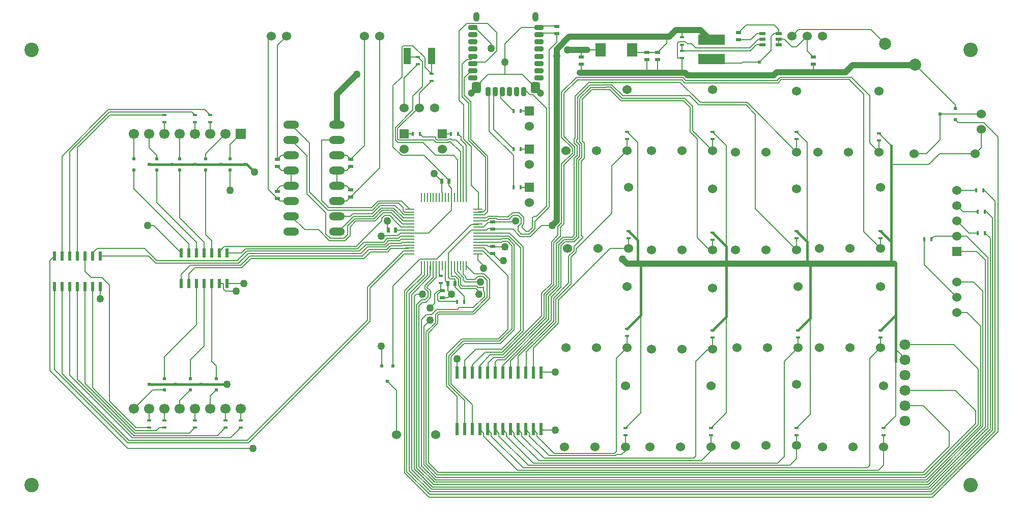
<source format=gtl>
%FSLAX44Y44*%
%MOMM*%
G71*
G01*
G75*
G04 Layer_Physical_Order=1*
G04 Layer_Color=255*
%ADD10R,1.1000X0.6000*%
%ADD11R,1.5000X0.2500*%
%ADD12R,0.2500X1.5000*%
%ADD13R,0.6000X2.0000*%
%ADD14R,0.5588X1.6002*%
%ADD15R,0.8000X0.4000*%
%ADD16R,0.9000X0.5000*%
%ADD17C,1.2000*%
G04:AMPARAMS|DCode=18|XSize=1.5mm|YSize=0.8mm|CornerRadius=0.2mm|HoleSize=0mm|Usage=FLASHONLY|Rotation=0.000|XOffset=0mm|YOffset=0mm|HoleType=Round|Shape=RoundedRectangle|*
%AMROUNDEDRECTD18*
21,1,1.5000,0.4000,0,0,0.0*
21,1,1.1000,0.8000,0,0,0.0*
1,1,0.4000,0.5500,-0.2000*
1,1,0.4000,-0.5500,-0.2000*
1,1,0.4000,-0.5500,0.2000*
1,1,0.4000,0.5500,0.2000*
%
%ADD18ROUNDEDRECTD18*%
G04:AMPARAMS|DCode=19|XSize=1.5mm|YSize=0.8mm|CornerRadius=0.2mm|HoleSize=0mm|Usage=FLASHONLY|Rotation=90.000|XOffset=0mm|YOffset=0mm|HoleType=Round|Shape=RoundedRectangle|*
%AMROUNDEDRECTD19*
21,1,1.5000,0.4000,0,0,90.0*
21,1,1.1000,0.8000,0,0,90.0*
1,1,0.4000,0.2000,0.5500*
1,1,0.4000,0.2000,-0.5500*
1,1,0.4000,-0.2000,-0.5500*
1,1,0.4000,-0.2000,0.5500*
%
%ADD19ROUNDEDRECTD19*%
%ADD20O,1.0000X1.6000*%
G04:AMPARAMS|DCode=21|XSize=1.6mm|YSize=1.8mm|CornerRadius=0.4mm|HoleSize=0mm|Usage=FLASHONLY|Rotation=0.000|XOffset=0mm|YOffset=0mm|HoleType=Round|Shape=RoundedRectangle|*
%AMROUNDEDRECTD21*
21,1,1.6000,1.0000,0,0,0.0*
21,1,0.8000,1.8000,0,0,0.0*
1,1,0.8000,0.4000,-0.5000*
1,1,0.8000,-0.4000,-0.5000*
1,1,0.8000,-0.4000,0.5000*
1,1,0.8000,0.4000,0.5000*
%
%ADD21ROUNDEDRECTD21*%
%ADD22R,0.5000X0.9000*%
%ADD23R,1.7000X2.2000*%
%ADD24R,0.5000X0.6000*%
%ADD25R,0.4000X0.8000*%
%ADD26R,0.6000X0.5000*%
%ADD27R,0.6000X0.6000*%
%ADD28R,4.5000X1.7500*%
%ADD29C,0.2000*%
%ADD30C,1.0000*%
%ADD31C,0.4000*%
%ADD32C,1.5240*%
%ADD33O,2.6416X1.3208*%
%ADD34R,1.5240X1.5240*%
%ADD35C,2.4000*%
%ADD36R,1.2000X2.8000*%
%ADD37C,1.8000*%
%ADD38C,2.0000*%
%ADD39C,1.7000*%
%ADD40R,1.7000X1.7000*%
%ADD41C,1.2700*%
D10*
X1290800Y799400D02*
D03*
X1263800Y780400D02*
D03*
X1290800D02*
D03*
Y789900D02*
D03*
X1263800D02*
D03*
Y799400D02*
D03*
D11*
X677100Y432400D02*
D03*
Y437400D02*
D03*
Y442400D02*
D03*
Y447400D02*
D03*
Y452400D02*
D03*
Y457400D02*
D03*
Y462400D02*
D03*
Y467400D02*
D03*
Y472400D02*
D03*
Y477400D02*
D03*
Y482400D02*
D03*
Y487400D02*
D03*
Y492400D02*
D03*
Y497400D02*
D03*
Y502400D02*
D03*
Y507400D02*
D03*
X791100D02*
D03*
Y502400D02*
D03*
Y497400D02*
D03*
Y492400D02*
D03*
Y487400D02*
D03*
Y482400D02*
D03*
Y477400D02*
D03*
Y472400D02*
D03*
Y467400D02*
D03*
Y462400D02*
D03*
Y457400D02*
D03*
Y452400D02*
D03*
Y447400D02*
D03*
Y442400D02*
D03*
Y437400D02*
D03*
Y432400D02*
D03*
D12*
X696600Y526900D02*
D03*
X701600D02*
D03*
X706600D02*
D03*
X711600D02*
D03*
X716600D02*
D03*
X721600D02*
D03*
X726600D02*
D03*
X731600D02*
D03*
X736600D02*
D03*
X741600D02*
D03*
X746600D02*
D03*
X751600D02*
D03*
X756600D02*
D03*
X761600D02*
D03*
X766600D02*
D03*
X771600D02*
D03*
Y412900D02*
D03*
X766600D02*
D03*
X761600D02*
D03*
X756600D02*
D03*
X751600D02*
D03*
X746600D02*
D03*
X741600D02*
D03*
X736600D02*
D03*
X731600D02*
D03*
X726600D02*
D03*
X721600D02*
D03*
X716600D02*
D03*
X711600D02*
D03*
X706600D02*
D03*
X701600D02*
D03*
X696600D02*
D03*
D13*
X756250Y141300D02*
D03*
X768950D02*
D03*
X781650D02*
D03*
X794350D02*
D03*
X807050D02*
D03*
X819750D02*
D03*
X832450D02*
D03*
X845150D02*
D03*
X857850D02*
D03*
X870550D02*
D03*
X883250D02*
D03*
X895950D02*
D03*
X756250Y235300D02*
D03*
X768950D02*
D03*
X781650D02*
D03*
X794350D02*
D03*
X807050D02*
D03*
X819750D02*
D03*
X832450D02*
D03*
X845150D02*
D03*
X857850D02*
D03*
X870550D02*
D03*
X883250D02*
D03*
X895950D02*
D03*
D14*
X162700Y378100D02*
D03*
X150000D02*
D03*
X137300D02*
D03*
X124600D02*
D03*
X111900D02*
D03*
X99200D02*
D03*
X86500D02*
D03*
Y428900D02*
D03*
X99200D02*
D03*
X111900D02*
D03*
X124600D02*
D03*
X137300D02*
D03*
X150000D02*
D03*
X162700D02*
D03*
X297200Y434300D02*
D03*
X309900D02*
D03*
X322600D02*
D03*
X335300D02*
D03*
X348000D02*
D03*
X360700D02*
D03*
X373400D02*
D03*
Y383500D02*
D03*
X360700D02*
D03*
X348000D02*
D03*
X335300D02*
D03*
X322600D02*
D03*
X309900D02*
D03*
X297200D02*
D03*
D15*
X713740Y720440D02*
D03*
Y732440D02*
D03*
X1465580Y131160D02*
D03*
Y143160D02*
D03*
X1038860Y623920D02*
D03*
Y635920D02*
D03*
X1041400Y458820D02*
D03*
Y470820D02*
D03*
X1038860Y296260D02*
D03*
Y308260D02*
D03*
X1036320Y131160D02*
D03*
Y143160D02*
D03*
X1181100Y623920D02*
D03*
Y635920D02*
D03*
Y456280D02*
D03*
Y468280D02*
D03*
Y293720D02*
D03*
Y305720D02*
D03*
X1178560Y131160D02*
D03*
Y143160D02*
D03*
X1320800Y623920D02*
D03*
Y635920D02*
D03*
Y458820D02*
D03*
Y470820D02*
D03*
X1323340Y293720D02*
D03*
Y305720D02*
D03*
X1320800Y131160D02*
D03*
Y143160D02*
D03*
X1457960Y621380D02*
D03*
Y633380D02*
D03*
X1460500Y458820D02*
D03*
Y470820D02*
D03*
Y293720D02*
D03*
Y305720D02*
D03*
X1130300Y780940D02*
D03*
Y792940D02*
D03*
Y758540D02*
D03*
Y770540D02*
D03*
X728980Y396240D02*
D03*
Y384240D02*
D03*
X690880Y748380D02*
D03*
Y760380D02*
D03*
X396240Y155860D02*
D03*
Y143860D02*
D03*
X370840Y155860D02*
D03*
Y143860D02*
D03*
X269240Y651860D02*
D03*
Y663860D02*
D03*
X320040Y651860D02*
D03*
Y663860D02*
D03*
X243840Y155860D02*
D03*
Y143860D02*
D03*
X269240Y155860D02*
D03*
Y143860D02*
D03*
X345440Y651860D02*
D03*
Y663860D02*
D03*
X320040Y155860D02*
D03*
Y143860D02*
D03*
D16*
X457200Y590200D02*
D03*
Y578200D02*
D03*
Y536860D02*
D03*
Y524860D02*
D03*
X1071880Y768000D02*
D03*
Y756000D02*
D03*
X962660Y760380D02*
D03*
Y748380D02*
D03*
X1348740D02*
D03*
Y760380D02*
D03*
X1224280Y801020D02*
D03*
Y789020D02*
D03*
X1089660Y756000D02*
D03*
Y768000D02*
D03*
X815340Y474060D02*
D03*
Y486060D02*
D03*
Y433420D02*
D03*
Y445420D02*
D03*
X731520Y371760D02*
D03*
Y359760D02*
D03*
X579120Y578200D02*
D03*
Y590200D02*
D03*
Y527400D02*
D03*
Y539400D02*
D03*
X922020Y811180D02*
D03*
Y799180D02*
D03*
D17*
X894820Y700430D02*
D03*
X779820D02*
D03*
D18*
X782320Y725430D02*
D03*
Y737430D02*
D03*
Y749430D02*
D03*
Y761430D02*
D03*
Y773430D02*
D03*
Y785430D02*
D03*
Y797430D02*
D03*
Y809430D02*
D03*
X892320D02*
D03*
Y797430D02*
D03*
Y785430D02*
D03*
Y773430D02*
D03*
Y761430D02*
D03*
Y749430D02*
D03*
Y737430D02*
D03*
Y725430D02*
D03*
D19*
X807320Y702930D02*
D03*
X819320D02*
D03*
X831320D02*
D03*
X843320D02*
D03*
X855320D02*
D03*
X867320D02*
D03*
D20*
X787820Y827430D02*
D03*
X886820D02*
D03*
D21*
X787820Y709430D02*
D03*
X886820D02*
D03*
D22*
X752760Y383540D02*
D03*
X740760D02*
D03*
X730600Y553720D02*
D03*
X742600D02*
D03*
X653700Y472440D02*
D03*
X641700D02*
D03*
D23*
X994580Y772160D02*
D03*
X1047580D02*
D03*
D24*
X640080Y221280D02*
D03*
X630580Y246080D02*
D03*
X649580D02*
D03*
D25*
X694340Y632460D02*
D03*
X682340D02*
D03*
X757840D02*
D03*
X745840D02*
D03*
X1545240Y457200D02*
D03*
X1533240D02*
D03*
X1634140Y467360D02*
D03*
X1622140D02*
D03*
X1634140Y502920D02*
D03*
X1622140D02*
D03*
X1631600Y538480D02*
D03*
X1619600D02*
D03*
X756000Y353060D02*
D03*
X768000D02*
D03*
X861980Y607060D02*
D03*
X849980D02*
D03*
X861980Y670560D02*
D03*
X849980D02*
D03*
X861980Y543560D02*
D03*
X849980D02*
D03*
D26*
X1559860Y665480D02*
D03*
X1584660Y674980D02*
D03*
Y655980D02*
D03*
X243540Y581660D02*
D03*
X218740Y572160D02*
D03*
Y591160D02*
D03*
X330500Y215900D02*
D03*
X355300Y225400D02*
D03*
Y206400D02*
D03*
X403560Y581660D02*
D03*
X378760Y572160D02*
D03*
Y591160D02*
D03*
X281640Y581660D02*
D03*
X256840Y572160D02*
D03*
Y591160D02*
D03*
X362920Y581660D02*
D03*
X338120Y572160D02*
D03*
Y591160D02*
D03*
X319740Y581660D02*
D03*
X294940Y572160D02*
D03*
Y591160D02*
D03*
X287320Y215900D02*
D03*
X312120Y225400D02*
D03*
Y206400D02*
D03*
X244140Y215900D02*
D03*
X268940Y225400D02*
D03*
Y206400D02*
D03*
D27*
X1259200Y752200D02*
D03*
Y730200D02*
D03*
D28*
X1179100Y756800D02*
D03*
Y789300D02*
D03*
D29*
X665480Y447040D02*
X672180D01*
X664720Y446280D02*
X665480Y447040D01*
X665183Y452400D02*
X677060D01*
X663063Y450280D02*
X665183Y452400D01*
X663140Y457400D02*
X677060D01*
X660400Y454660D02*
X663140Y457400D01*
X657086Y462660D02*
X661826Y467400D01*
X662663Y477400D02*
X677060D01*
X649430Y490633D02*
X662663Y477400D01*
X666337Y487400D02*
X677060D01*
X648707Y505030D02*
X666337Y487400D01*
X668161Y497400D02*
X677060D01*
X662560Y503000D02*
X668161Y497400D01*
X668817Y502400D02*
X677060D01*
X666560Y504657D02*
X668817Y502400D01*
X730600Y536103D02*
X731560Y535143D01*
X799303Y437400D02*
X840861Y395841D01*
X841190Y457850D02*
X851280Y447760D01*
X830130Y457850D02*
X841190D01*
X829680Y457400D02*
X830130Y457850D01*
X839533Y453850D02*
X847280Y446103D01*
X831787Y453850D02*
X839533D01*
X830337Y452400D02*
X831787Y453850D01*
X842297Y462400D02*
X862140Y442556D01*
X842953Y467400D02*
X866140Y444213D01*
X668611Y371431D02*
X696600Y399420D01*
Y412900D01*
X779277Y622757D02*
X807100Y594934D01*
X801974Y497900D02*
X807100Y503026D01*
Y594934D01*
X775277Y621100D02*
X803100Y593277D01*
Y506197D02*
Y593277D01*
X799803Y502900D02*
X803100Y506197D01*
X840861Y307340D02*
Y395841D01*
X722346Y424100D02*
X780146Y481900D01*
X694517Y424100D02*
X722346D01*
X649580Y379163D02*
X694517Y424100D01*
X371022Y370840D02*
X388620D01*
X367586Y374276D02*
X371022Y370840D01*
X613596Y509800D02*
X624826Y521030D01*
X542337Y509800D02*
X613596D01*
X530860Y521277D02*
X542337Y509800D01*
X615253Y505800D02*
X626483Y517030D01*
X540680Y505800D02*
X615253D01*
X510540Y535940D02*
X540680Y505800D01*
X578100Y463343D02*
Y477886D01*
X543643Y454600D02*
X569357D01*
X578100Y463343D01*
X574100Y465000D02*
Y479543D01*
X567700Y458600D02*
X574100Y465000D01*
X545300Y458600D02*
X567700D01*
X525423Y472820D02*
X543643Y454600D01*
X502540Y472820D02*
X525423D01*
X506540Y532320D02*
X538000Y500860D01*
Y465900D02*
Y500860D01*
Y465900D02*
X545300Y458600D01*
X578100Y477886D02*
X587514Y487300D01*
X574100Y479543D02*
X585857Y491300D01*
X663430Y521030D02*
X677060Y507400D01*
X658990Y517030D02*
X666560Y509460D01*
X652830Y513030D02*
X662560Y503300D01*
X614409Y499300D02*
X628139Y513030D01*
X650364Y509030D02*
X666994Y492400D01*
X616066Y495300D02*
X629796Y509030D01*
X617723Y491300D02*
X631453Y505030D01*
X647050Y501030D02*
X665680Y482400D01*
X619380Y487300D02*
X633110Y501030D01*
X647050D01*
X631453Y505030D02*
X648707D01*
X629796Y509030D02*
X650364D01*
X628139Y513030D02*
X652830D01*
X626483Y517030D02*
X658990D01*
X624826Y521030D02*
X663430D01*
X649430Y490633D02*
Y491553D01*
X643953Y497030D02*
X649430Y491553D01*
X636207Y497030D02*
X643953D01*
X630730Y491553D02*
X636207Y497030D01*
X630730Y487393D02*
Y491553D01*
X588678Y445341D02*
X630730Y487393D01*
X640080Y474060D02*
Y487680D01*
Y474060D02*
X641700Y472440D01*
X774780Y732430D02*
X779780Y737430D01*
X774749Y732430D02*
X774780D01*
X771820Y729501D02*
X774749Y732430D01*
X771820Y729470D02*
Y729501D01*
X768280Y725930D02*
X771820Y729470D01*
X768280Y696702D02*
Y725930D01*
X407100Y122620D02*
X607060Y322580D01*
Y377306D01*
X896560Y329098D02*
Y367198D01*
X832002Y264540D02*
X896560Y329098D01*
Y367198D02*
X913180Y383818D01*
X866140Y304335D02*
Y444213D01*
X831045Y269240D02*
X866140Y304335D01*
X862140Y305991D02*
Y442556D01*
X830469Y274320D02*
X862140Y305991D01*
X1656080Y137160D02*
Y627159D01*
X1546860Y27940D02*
X1656080Y137160D01*
X1651000Y137737D02*
Y520700D01*
X1546283Y33020D02*
X1651000Y137737D01*
X1647000Y139394D02*
Y492760D01*
X1544626Y37020D02*
X1647000Y139394D01*
X1643000Y141051D02*
Y458500D01*
X1542970Y41020D02*
X1643000Y141051D01*
X1639000Y142707D02*
Y426720D01*
X1541313Y45020D02*
X1639000Y142707D01*
X1635000Y144364D02*
Y422400D01*
X1539656Y49020D02*
X1635000Y144364D01*
X1631000Y146021D02*
Y370840D01*
X1537999Y53020D02*
X1631000Y146021D01*
X1627000Y147678D02*
Y312420D01*
X1536342Y57020D02*
X1627000Y147678D01*
X1623000Y149335D02*
Y241360D01*
X1534685Y61020D02*
X1623000Y149335D01*
X1619000Y150992D02*
Y171700D01*
X1533028Y65020D02*
X1619000Y150992D01*
X1574800Y112448D02*
Y137160D01*
X1531372Y69020D02*
X1574800Y112448D01*
X709543Y27940D02*
X1546860D01*
X668611Y68873D02*
X709543Y27940D01*
X710120Y33020D02*
X1546283D01*
X672610Y70529D02*
X710120Y33020D01*
X711777Y37020D02*
X1544626D01*
X676610Y72186D02*
X711777Y37020D01*
X713434Y41020D02*
X1542970D01*
X680611Y73843D02*
X713434Y41020D01*
X715090Y45020D02*
X1541313D01*
X684611Y75500D02*
X715090Y45020D01*
X716747Y49020D02*
X1539656D01*
X688611Y77157D02*
X716747Y49020D01*
X718404Y53020D02*
X1537999D01*
X692610Y78814D02*
X718404Y53020D01*
X720061Y57020D02*
X1536342D01*
X696610Y80471D02*
X720061Y57020D01*
X721718Y61020D02*
X1534685D01*
X700611Y82127D02*
X721718Y61020D01*
X723375Y65020D02*
X1533028D01*
X704611Y83784D02*
X723375Y65020D01*
X725032Y69020D02*
X1531372D01*
X708611Y85441D02*
X725032Y69020D01*
X1457320Y73020D02*
X1465580Y81280D01*
X857148Y73020D02*
X1457320D01*
X800450Y129717D02*
X857148Y73020D01*
X1438460Y77020D02*
X1442720Y81280D01*
X865847Y77020D02*
X1438460D01*
X813150Y129717D02*
X865847Y77020D01*
X1310000Y81020D02*
X1320800Y91820D01*
X874548Y81020D02*
X1310000D01*
X825850Y129717D02*
X874548Y81020D01*
X1289680Y85020D02*
X1300480Y95820D01*
X883248Y85020D02*
X1289680D01*
X838550Y129717D02*
X883248Y85020D01*
X1162680Y89020D02*
X1178560Y104900D01*
X891947Y89020D02*
X1162680D01*
X851250Y129717D02*
X891947Y89020D01*
X1149980Y93020D02*
X1153160Y96200D01*
X900648Y93020D02*
X1149980D01*
X863950Y129717D02*
X900648Y93020D01*
X1019557Y97020D02*
X1021338Y98802D01*
X909348Y97020D02*
X1019557D01*
X876650Y129717D02*
X909348Y97020D01*
X1017900Y101020D02*
X1021080Y104200D01*
X918047Y101020D02*
X1017900D01*
X889350Y129717D02*
X918047Y101020D01*
X708611Y85441D02*
Y301540D01*
X1465580Y81280D02*
Y111760D01*
X1442720Y81280D02*
Y259080D01*
X1320800Y91820D02*
Y114300D01*
X1300480Y95820D02*
Y254000D01*
X1178560Y104900D02*
Y111760D01*
X1153160Y96200D02*
Y254000D01*
X1021080Y104200D02*
Y259080D01*
X1036320Y105280D02*
Y111760D01*
X1029842Y98802D02*
X1036320Y105280D01*
X1021338Y98802D02*
X1029842D01*
X1104900Y783240D02*
Y793940D01*
X1089660Y768000D02*
X1104900Y783240D01*
X815340Y433420D02*
X827120Y421640D01*
X742600Y546100D02*
Y553720D01*
Y546100D02*
X746560Y542140D01*
X730600Y536103D02*
Y553720D01*
X960500Y618926D02*
Y691886D01*
X958660Y460820D02*
Y588274D01*
X950420Y452580D02*
X958660Y460820D01*
X960500Y618926D02*
X963880Y615546D01*
X934020Y628436D02*
X951880Y610576D01*
X934020Y580604D02*
X951880Y598464D01*
X930020Y626779D02*
X947880Y608919D01*
X930020Y582261D02*
X947880Y600121D01*
X964500Y620583D02*
X967880Y617203D01*
Y591837D02*
Y617203D01*
X962660Y586617D02*
X967880Y591837D01*
X962660Y464243D02*
Y586617D01*
X963880Y593494D02*
Y615546D01*
X958660Y588274D02*
X963880Y593494D01*
X954660Y619109D02*
Y622057D01*
Y619109D02*
X959880Y613890D01*
Y595150D02*
Y613890D01*
X954660Y589931D02*
X959880Y595150D01*
X954660Y462477D02*
Y589931D01*
X950660Y617453D02*
Y623714D01*
Y617453D02*
X955880Y612233D01*
Y596807D02*
Y612233D01*
X950660Y591587D02*
X955880Y596807D01*
X950660Y464134D02*
Y591587D01*
X951880Y598464D02*
Y610576D01*
X947880Y600121D02*
Y608919D01*
X952500Y625554D02*
Y695200D01*
X950660Y623714D02*
X952500Y625554D01*
X947106Y460580D02*
X950660Y464134D01*
X956500Y623897D02*
Y693543D01*
X954660Y622057D02*
X956500Y623897D01*
X948763Y456580D02*
X954660Y462477D01*
X962660Y464243D02*
X965200Y461703D01*
Y459740D02*
Y461703D01*
X950420Y444960D02*
X965200Y459740D01*
X771060Y526900D02*
X771560D01*
X741560Y434540D02*
X779420Y472400D01*
X708700Y467400D02*
X746560Y505260D01*
X814420Y474980D02*
X815340Y474060D01*
X807720Y474980D02*
X814420D01*
X805140Y472400D02*
X807720Y474980D01*
X725777Y354260D02*
X756000D01*
X752760Y377540D02*
X768000Y362300D01*
Y353060D02*
Y362300D01*
X753497Y395160D02*
X758260Y390397D01*
X747840Y395160D02*
X753497D01*
X746560Y396440D02*
X747840Y395160D01*
X762260Y381390D02*
Y392054D01*
X751560Y402754D02*
X762260Y392054D01*
X762883Y375110D02*
X787110D01*
X758260Y379733D02*
X762883Y375110D01*
X758260Y379733D02*
Y390397D01*
X764540Y379110D02*
X788767D01*
X762260Y381390D02*
X764540Y379110D01*
X740760Y359760D02*
X746760Y365760D01*
X740760Y371760D02*
X746760Y365760D01*
X792480D02*
Y370030D01*
X789780Y372730D02*
X792480Y370030D01*
X789490Y372730D02*
X789780D01*
X787110Y375110D02*
X789490Y372730D01*
X800550Y399430D02*
X809830Y390150D01*
X726637Y332360D02*
X783617D01*
X798893Y395430D02*
X805830Y388493D01*
X724980Y336360D02*
X781960D01*
X759677Y343520D02*
X783463D01*
X801830Y361887D01*
X805830Y360230D02*
Y388493D01*
X781960Y336360D02*
X805830Y360230D01*
X809830Y358573D02*
Y390150D01*
X783617Y332360D02*
X809830Y358573D01*
X801830Y361887D02*
Y369633D01*
X800370Y371093D02*
X801830Y369633D01*
X800370Y371093D02*
Y378207D01*
X798893Y376730D02*
X800370Y378207D01*
X791147Y376730D02*
X798893D01*
X788767Y379110D02*
X791147Y376730D01*
X769190Y386080D02*
X795020D01*
X785030Y399430D02*
X800550D01*
X766260Y389010D02*
X769190Y386080D01*
X791147Y395430D02*
X798893D01*
X846740Y486060D02*
X848360Y487680D01*
X791980Y477400D02*
X799980D01*
X807720Y485140D01*
X812800D01*
X717900Y566420D02*
X730600Y553720D01*
X815340Y445420D02*
X816260Y444500D01*
X801117Y442400D02*
X810097Y433420D01*
X815340D01*
X805740Y447400D02*
X807720Y445420D01*
X815340D01*
X791980Y447400D02*
X805740D01*
X766260Y389010D02*
Y393711D01*
X773240Y390080D02*
X785797D01*
X770260Y393060D02*
X773240Y390080D01*
X770260Y393060D02*
Y395367D01*
X766560Y399067D02*
X770260Y395367D01*
X756560Y403410D02*
X766260Y393711D01*
X785797Y390080D02*
X791147Y395430D01*
X738300Y265860D02*
X763840Y291400D01*
X738300Y213046D02*
X755650Y195696D01*
X766360Y287400D02*
X826578D01*
X742300Y214703D02*
X768350Y188653D01*
X768017Y283400D02*
X828235D01*
X746300Y216360D02*
X781050Y181610D01*
X746300Y261683D02*
X768017Y283400D01*
X746300Y216360D02*
Y261683D01*
X742300Y263340D02*
X766360Y287400D01*
X742300Y214703D02*
Y263340D01*
X738300Y213046D02*
Y265860D01*
X763840Y291400D02*
X824921D01*
X791980Y442400D02*
X801117D01*
X787400Y274320D02*
X830469D01*
X768350Y255270D02*
X787400Y274320D01*
X802640Y269240D02*
X831045D01*
X781050Y247650D02*
X802640Y269240D01*
X793750Y234960D02*
Y247147D01*
X811143Y264540D01*
X807720Y251460D02*
X816800Y260540D01*
X833659D01*
X811143Y264540D02*
X832002D01*
X913180Y383818D02*
Y452986D01*
X806450Y234960D02*
X807720Y236230D01*
Y251460D01*
X833659Y260540D02*
X900560Y327441D01*
X917180Y382161D02*
Y451329D01*
X900560Y365541D02*
X917180Y382161D01*
X900560Y327441D02*
Y365541D01*
X819150Y234960D02*
Y252730D01*
X822960Y256540D01*
X835316D01*
X831850Y247417D02*
X908560Y324127D01*
X831850Y234960D02*
Y247417D01*
X844550Y254461D02*
X912560Y322471D01*
X844550Y234960D02*
Y254461D01*
X857943Y262197D02*
X916560Y320814D01*
X857943Y235653D02*
Y262197D01*
X871220Y269817D02*
X920560Y319157D01*
X871220Y234960D02*
Y269817D01*
X882650Y275590D02*
X924560Y317500D01*
X882650Y234960D02*
Y275590D01*
X921180Y380504D02*
Y449673D01*
X904560Y363884D02*
X921180Y380504D01*
X904560Y325784D02*
Y363884D01*
X835316Y256540D02*
X904560Y325784D01*
X925180Y378847D02*
Y448016D01*
X908560Y362227D02*
X925180Y378847D01*
X908560Y324127D02*
Y362227D01*
X929180Y377191D02*
Y446359D01*
X912560Y360570D02*
X929180Y377191D01*
X912560Y322471D02*
Y360570D01*
X857250Y234960D02*
X857943Y235653D01*
X941856Y384209D02*
Y428997D01*
X916560Y358914D02*
X941856Y384209D01*
X916560Y320814D02*
Y358914D01*
X920560Y319157D02*
Y357257D01*
X945856Y382553D02*
Y427340D01*
X920560Y357257D02*
X945856Y382553D01*
X924560Y317500D02*
Y355600D01*
X793750Y140960D02*
X800450Y134260D01*
Y129717D02*
Y134260D01*
X806450Y140960D02*
X813150Y134260D01*
Y129717D02*
Y134260D01*
X819150Y140960D02*
X825850Y134260D01*
Y129717D02*
Y134260D01*
X831850Y140960D02*
X838550Y134260D01*
Y129717D02*
Y134260D01*
X844550Y140960D02*
X851250Y134260D01*
Y129717D02*
Y134260D01*
X857250Y140960D02*
X863950Y134260D01*
Y129717D02*
Y134260D01*
X869950Y140960D02*
X876650Y134260D01*
Y129717D02*
Y134260D01*
X882650Y140960D02*
X889350Y134260D01*
Y129717D02*
Y134260D01*
X724120Y329844D02*
X726637Y332360D01*
X724120Y317050D02*
Y329844D01*
X708611Y301540D02*
X724120Y317050D01*
X704611Y303197D02*
X720120Y318707D01*
X704611Y83784D02*
Y303197D01*
X700611Y82127D02*
Y312420D01*
X696610Y80471D02*
Y323231D01*
X692610Y78814D02*
Y346594D01*
X688611Y77157D02*
Y348251D01*
X684611Y75500D02*
Y362030D01*
X680611Y73843D02*
Y365074D01*
X676610Y72186D02*
Y366730D01*
X672610Y70529D02*
Y368890D01*
X700611Y312420D02*
X710770Y322580D01*
X696610Y323231D02*
X705310Y331930D01*
X692610Y346594D02*
X698427Y352410D01*
X688611Y348251D02*
X696770Y356410D01*
X684611Y362030D02*
X688340Y365760D01*
X1531620Y180340D02*
X1574800Y137160D01*
X1501140Y180340D02*
X1531620D01*
X720120Y331501D02*
X724980Y336360D01*
X720120Y318707D02*
Y331501D01*
X713453Y331930D02*
X721883Y340360D01*
X705310Y331930D02*
X713453D01*
X711200Y342900D02*
X718820Y350520D01*
X721883Y340360D02*
X756517D01*
X1584960Y205740D02*
X1619000Y171700D01*
X1501140Y205740D02*
X1584960D01*
X751840Y391160D02*
X752760Y390240D01*
X744220Y391160D02*
X751840D01*
X752760Y383540D02*
Y390240D01*
X741560Y393820D02*
X744220Y391160D01*
X756517Y340360D02*
X759677Y343520D01*
X729900Y371760D02*
X731520D01*
X724820D02*
X729900D01*
X718820Y365760D02*
X724820Y371760D01*
X718820Y350520D02*
Y365760D01*
X706373Y378136D02*
X721560Y393323D01*
X706373Y376767D02*
Y378136D01*
Y376767D02*
X711850Y371290D01*
Y360230D02*
Y371290D01*
X704030Y352410D02*
X711850Y360230D01*
X698427Y352410D02*
X704030D01*
X702373Y379793D02*
X716560Y393980D01*
X702373Y375110D02*
Y379793D01*
Y375110D02*
X707850Y369633D01*
Y361887D02*
Y369633D01*
X702373Y356410D02*
X707850Y361887D01*
X696770Y356410D02*
X702373D01*
X1582420Y281940D02*
X1623000Y241360D01*
X1501140Y281940D02*
X1582420D01*
X1485900Y163480D02*
Y254000D01*
X1483360Y416560D02*
X1485900Y414020D01*
X724020Y365880D02*
X729900Y371760D01*
X724020Y356017D02*
Y365880D01*
X752760Y377540D02*
Y383540D01*
X913180Y452986D02*
X923750Y463556D01*
X917180Y451329D02*
X927750Y461899D01*
X932087Y460580D02*
X947106D01*
X921180Y449673D02*
X932087Y460580D01*
X933744Y456580D02*
X948763D01*
X925180Y448016D02*
X933744Y456580D01*
X935401Y452580D02*
X950420D01*
X929180Y446359D02*
X935401Y452580D01*
X954420Y441340D02*
X1013460Y500380D01*
X954420Y435904D02*
Y441340D01*
X945856Y427340D02*
X954420Y435904D01*
X950420Y437561D02*
Y444960D01*
X941856Y428997D02*
X950420Y437561D01*
X724020Y356017D02*
X725777Y354260D01*
X731520Y359760D02*
X740760D01*
Y371760D02*
Y383540D01*
X728980Y374300D02*
X731520Y371760D01*
X728980Y374300D02*
Y384240D01*
X736560Y387740D02*
X740760Y383540D01*
X726560Y398660D02*
X728980Y396240D01*
X1515820Y746760D02*
X1516380Y747320D01*
X1518120D01*
X1584660Y674980D02*
Y680780D01*
X1518120Y747320D02*
X1584660Y680780D01*
X1323800Y805640D02*
X1444800D01*
X1468120Y782320D01*
X1338580Y770540D02*
X1348740Y760380D01*
X1338580Y770540D02*
Y795020D01*
X1313180D02*
X1323800Y805640D01*
X1320800Y777240D02*
X1338580Y795020D01*
X1313180Y777240D02*
X1320800D01*
X1300480Y789940D02*
X1313180Y777240D01*
X1291120Y789940D02*
X1300480D01*
X1348740Y734660D02*
Y748380D01*
X1224280Y789020D02*
X1244600D01*
X1255020Y799440D01*
X1320800Y601980D02*
Y623920D01*
X1238250Y684530D02*
X1320800Y601980D01*
X1130300Y734060D02*
Y758540D01*
X1071880Y768000D02*
X1089660D01*
X1047580Y772160D02*
X1051740Y768000D01*
X1071880D01*
Y734060D02*
Y756000D01*
X1087120Y734060D02*
X1089660Y736600D01*
Y756000D01*
X1136547Y721470D02*
X1288891D01*
X1127250Y718060D02*
X1160780Y684530D01*
X1134890Y717470D02*
X1290548D01*
X954660Y726060D02*
X1131957D01*
X1136547Y721470D01*
X1130300Y722060D02*
X1134890Y717470D01*
X975360Y718060D02*
X1127250D01*
X1143000Y695500D02*
X1157970Y680530D01*
X1294049Y726628D02*
X1318228D01*
X1288891Y721470D02*
X1294049Y726628D01*
X1295706Y722628D02*
X1319885D01*
X1290548Y717470D02*
X1295706Y722628D01*
X1318228Y726628D02*
X1318260Y726660D01*
X1412020D01*
X956317Y722060D02*
X1130300D01*
X1160780Y684530D02*
X1238250D01*
X1130300Y780940D02*
Y781400D01*
Y770540D02*
Y780940D01*
X972820Y772160D02*
X994580D01*
X962660Y760380D02*
Y767080D01*
X960120Y734060D02*
X962660Y736600D01*
Y748380D01*
X1587500Y335280D02*
X1604140D01*
X1627000Y312420D01*
X1587500Y386080D02*
X1615760D01*
X1631000Y370840D01*
X1587500Y436880D02*
X1620520D01*
X1587500Y462280D02*
X1603440D01*
X1639000Y426720D01*
X1533240Y414940D02*
X1587500Y360680D01*
X1533240Y414940D02*
Y457200D01*
X1545240D02*
X1550320Y462280D01*
X1587500D01*
X1634140Y467360D02*
X1643000Y458500D01*
X1587500Y487680D02*
X1607820Y467360D01*
X1622140D01*
X1587500Y513080D02*
X1597660Y502920D01*
X1622140D01*
X1634140D02*
X1636840D01*
X1647000Y492760D01*
X1587500Y538480D02*
X1619600D01*
X1633220D02*
X1651000Y520700D01*
X1620520Y436880D02*
X1635000Y422400D01*
X1559860Y665480D02*
X1628140D01*
X1536700Y599440D02*
X1559860Y622600D01*
Y665480D01*
X1558903Y599440D02*
X1617980D01*
X1540663Y581200D02*
X1558903Y599440D01*
X1478280Y581200D02*
X1540663D01*
X1628140Y609600D02*
Y640080D01*
X1632539Y650700D02*
X1656080Y627159D01*
X1589940Y650700D02*
X1632539D01*
X1584660Y655980D02*
X1589940Y650700D01*
X1457960Y633380D02*
X1478280Y613060D01*
X1343660Y166020D02*
Y326040D01*
X1320800Y143160D02*
X1343660Y166020D01*
X1465580Y143160D02*
X1485900Y163480D01*
X1338580Y453040D02*
Y618140D01*
X1320800Y635920D02*
X1338580Y618140D01*
X1323340Y276860D02*
Y293720D01*
X1460500Y276860D02*
Y293720D01*
X1465580Y111760D02*
Y131160D01*
X1320800Y114300D02*
Y131160D01*
X1036320Y111760D02*
Y131160D01*
X1178560Y111760D02*
Y131160D01*
X1181100Y274320D02*
Y293720D01*
X1038860Y276860D02*
Y296260D01*
X1041400Y441960D02*
Y458820D01*
X1320800Y439420D02*
Y458820D01*
X1460500Y441960D02*
Y458820D01*
X1457960Y601980D02*
Y621380D01*
X1181100Y604520D02*
Y623920D01*
X1038860Y604520D02*
Y623920D01*
X1122760Y758666D02*
X1122886Y758540D01*
X1130300D01*
X653740Y472400D02*
X677060D01*
X653700Y472440D02*
X653740Y472400D01*
X1038860Y635920D02*
X1056640Y618140D01*
Y455580D02*
Y618140D01*
X1036320Y143160D02*
X1061720Y168560D01*
Y331120D01*
X1181100Y439420D02*
Y456280D01*
Y635920D02*
X1203960Y613060D01*
Y445420D02*
Y613060D01*
X1178560Y143160D02*
X1203960Y168560D01*
Y328580D01*
X1442720Y259080D02*
X1460500Y276860D01*
X1300480Y254000D02*
X1323340Y276860D01*
X1173480Y274320D02*
X1181100D01*
X1153160Y254000D02*
X1173480Y274320D01*
X1021080Y259080D02*
X1038860Y276860D01*
X1442720Y617220D02*
X1457960Y601980D01*
X1442720Y617220D02*
Y695960D01*
X1412020Y726660D02*
X1442720Y695960D01*
X1432560Y469900D02*
X1460500Y441960D01*
X1432560Y469900D02*
Y698500D01*
X1409700Y721360D02*
X1432560Y698500D01*
X1409700Y721360D02*
Y722660D01*
X1319917D02*
X1409700D01*
X1319885Y722628D02*
X1319917Y722660D01*
X952500Y695200D02*
X975360Y718060D01*
X1252220Y508000D02*
X1320800Y439420D01*
X1252220Y508000D02*
Y664903D01*
X1236593Y680530D02*
X1252220Y664903D01*
X1157970Y680530D02*
X1236593D01*
X1032020Y695500D02*
X1143000D01*
X1013460Y714060D02*
X1032020Y695500D01*
X977017Y714060D02*
X1013460D01*
X956500Y693543D02*
X977017Y714060D01*
X1148080Y637540D02*
X1181100Y604520D01*
X1148080Y637540D02*
Y678180D01*
X1134760Y691500D02*
X1148080Y678180D01*
X1030363Y691500D02*
X1134760D01*
X1011803Y710060D02*
X1030363Y691500D01*
X1003300Y710060D02*
X1011803D01*
X1003103Y709863D02*
X1003300Y710060D01*
X978477Y709863D02*
X1003103D01*
X960500Y691886D02*
X978477Y709863D01*
X1176020Y439420D02*
X1181100D01*
X1155700Y459740D02*
X1176020Y439420D01*
X1155700Y459740D02*
Y624263D01*
X1143982Y635982D02*
X1155700Y624263D01*
X1143982Y635982D02*
Y676622D01*
X1133103Y687500D02*
X1143982Y676622D01*
X1028706Y687500D02*
X1133103D01*
X1010146Y706060D02*
X1028706Y687500D01*
X1004957Y706060D02*
X1010146D01*
X1004760Y705863D02*
X1004957Y706060D01*
X980134Y705863D02*
X1004760D01*
X964500Y690229D02*
X980134Y705863D01*
X1013460Y579120D02*
X1038860Y604520D01*
X1010920Y441960D02*
X1041400D01*
X924560Y355600D02*
X1010920Y441960D01*
X1013460Y500380D02*
Y579120D01*
X848360Y487680D02*
X853440D01*
X1125057Y785940D02*
X1135543D01*
X1139543Y781940D02*
X1146681D01*
X1135543Y785940D02*
X1139543Y781940D01*
X1122760Y758666D02*
Y783643D01*
X1125057Y785940D01*
X923750Y463556D02*
Y478096D01*
X930020Y484366D01*
Y701420D02*
X954660Y726060D01*
X927750Y461899D02*
Y476440D01*
X934020Y482710D01*
Y699763D02*
X956317Y722060D01*
X964500Y620583D02*
Y690229D01*
X934020Y628436D02*
Y699763D01*
Y482710D02*
Y580604D01*
X930020Y626779D02*
Y701420D01*
Y484366D02*
Y582261D01*
X921230Y811970D02*
X922020Y811180D01*
X921230Y799970D02*
X922020Y799180D01*
Y784573D02*
Y799180D01*
X790560Y502900D02*
X791060Y502400D01*
X803666Y492400D02*
X804666Y493400D01*
X805781D01*
X759460Y803681D02*
X772209Y816430D01*
X731520Y632460D02*
X745840D01*
X668020D02*
X682340D01*
X675040Y760380D02*
X690880D01*
X673420Y762000D02*
X675040Y760380D01*
X713740Y732440D02*
Y761680D01*
X713420Y762000D02*
X713740Y761680D01*
X693420Y700120D02*
X713740Y720440D01*
X693420Y675640D02*
Y700120D01*
X691717Y675640D02*
X693420D01*
X657400Y641323D02*
X691717Y675640D01*
X657400Y623597D02*
Y641323D01*
X668020Y675640D02*
Y725520D01*
X690880Y748380D01*
X668020Y607060D02*
Y613840D01*
Y670560D02*
Y675640D01*
X690880Y760380D02*
X698500Y752760D01*
Y710857D02*
Y752760D01*
X682800Y695157D02*
X698500Y710857D01*
X682800Y672380D02*
Y695157D01*
X653400Y642980D02*
X682800Y672380D01*
X653400Y621940D02*
Y642980D01*
X747337Y622300D02*
X754380D01*
X720900Y623597D02*
Y627597D01*
Y623597D02*
X722657Y621840D01*
X740383D01*
X716900Y621940D02*
X721001Y617840D01*
X742039D01*
X744090Y619890D01*
X657400Y623597D02*
X659157Y621840D01*
X676883D01*
X653400Y621940D02*
X657501Y617840D01*
X699157D01*
X694340Y632460D02*
X699203Y627597D01*
X720900D01*
X676883Y621840D02*
X676983Y621940D01*
X716900D01*
X745747Y623890D02*
X747337Y622300D01*
X742433Y623890D02*
X745747D01*
X740383Y621840D02*
X742433Y623890D01*
X702500Y743680D02*
X713740Y732440D01*
X702500Y743680D02*
Y759003D01*
X682503Y779000D02*
X702500Y759003D01*
X666177Y779000D02*
X682503D01*
X664420Y777243D02*
X666177Y779000D01*
X664420Y727577D02*
Y777243D01*
X649400Y712557D02*
X664420Y727577D01*
X649400Y610661D02*
Y712557D01*
Y610661D02*
X663621Y596440D01*
X701103D01*
X742600Y554943D01*
Y553720D02*
Y554943D01*
X877381Y697430D02*
X882552D01*
X871880Y702930D02*
X877381Y697430D01*
X805781Y493400D02*
X807941Y495560D01*
X759460Y688340D02*
Y803681D01*
X764280Y694257D02*
X775277Y683260D01*
X757840Y632460D02*
X763080Y627220D01*
X804323Y487400D02*
X806323Y489400D01*
X807437D01*
X824921Y291400D02*
X840861Y307340D01*
X816260Y444500D02*
X835660D01*
X807437Y489400D02*
X809597Y491560D01*
X821083D01*
X807941Y495560D02*
X822739D01*
X815340Y486060D02*
X846740D01*
X874541Y469710D02*
X881570Y476739D01*
X862943Y465710D02*
X876198D01*
X885570Y475082D01*
X815340Y474060D02*
X848936D01*
X861286Y461710D01*
X877854D01*
X849567Y497030D02*
X857313D01*
X862790Y491553D01*
Y483807D02*
Y491553D01*
X857313Y478330D02*
X862790Y483807D01*
X866790Y482150D02*
Y493210D01*
X858970Y501030D02*
X866790Y493210D01*
X847910Y501030D02*
X858970D01*
X840940Y494060D02*
X847910Y501030D01*
X864600Y479960D02*
X866790Y482150D01*
X871597Y469710D02*
X874541D01*
X864600Y476707D02*
X871597Y469710D01*
X864600Y476707D02*
Y479960D01*
X883913Y495400D02*
X888290D01*
X881570Y493057D02*
X883913Y495400D01*
X881570Y476739D02*
Y493057D01*
X857313Y471340D02*
Y478330D01*
Y471340D02*
X862943Y465710D01*
X885570Y475082D02*
Y487023D01*
X822583Y490060D02*
X842597D01*
X849567Y497030D01*
X896205Y480060D02*
X914400D01*
X877854Y461710D02*
X896205Y480060D01*
X824240Y494060D02*
X840940D01*
X821083Y491560D02*
X822583Y490060D01*
X822739Y495560D02*
X824240Y494060D01*
X699157Y617840D02*
X720557Y596440D01*
X749760D01*
X763080Y621983D02*
Y627220D01*
X749760Y596440D02*
X756560Y589640D01*
X744090Y619890D02*
X761560Y602420D01*
X754380Y622300D02*
X766560Y610120D01*
X763080Y621983D02*
X771560Y613503D01*
X779780Y546828D02*
X791220Y535388D01*
X779780Y546828D02*
Y610940D01*
X767080Y623640D02*
X779780Y610940D01*
X791220Y507560D02*
Y535388D01*
X767080Y623640D02*
Y680720D01*
X759460Y688340D02*
X767080Y680720D01*
X775277Y621100D02*
Y683260D01*
X768280Y696702D02*
X779277Y685705D01*
Y622757D02*
Y685705D01*
X790560Y497900D02*
X791060Y497400D01*
X828780Y691760D02*
X849980Y670560D01*
X861980D02*
X876300D01*
X816780Y640260D02*
X849980Y607060D01*
Y543560D02*
Y596817D01*
X809780Y637017D02*
X849980Y596817D01*
X809780Y637017D02*
Y697930D01*
X861980Y543560D02*
X876300D01*
X861980Y607060D02*
X876300D01*
X835660Y751840D02*
Y782320D01*
X862770Y809430D01*
X889780D01*
X835660Y731520D02*
Y751840D01*
X807720Y731520D02*
X835660D01*
X795020Y718820D02*
X807720Y731520D01*
X772209Y816430D02*
X806630D01*
X795020Y716630D02*
Y718820D01*
X787820Y709430D02*
X795020Y716630D01*
X835660Y731520D02*
X864730D01*
X886820Y709430D01*
X764280Y694257D02*
Y748501D01*
X772209Y756430D02*
X779780D01*
X764280Y748501D02*
X772209Y756430D01*
X828235Y283400D02*
X851280Y306445D01*
X826578Y287400D02*
X847280Y308102D01*
X791060Y422240D02*
X800100Y413200D01*
X851280Y306445D02*
Y447760D01*
X847280Y308102D02*
Y446103D01*
X800100Y408940D02*
Y413200D01*
X655340Y132080D02*
Y206020D01*
X640080Y221280D02*
X655340Y206020D01*
X649580Y246080D02*
Y379163D01*
X780146Y481900D02*
X790560D01*
X791060Y482400D01*
X530860Y622300D02*
X556260D01*
X480060D02*
X506540Y595820D01*
X480060Y495300D02*
X502540Y472820D01*
X572420Y571500D02*
X579120Y578200D01*
X572420Y546100D02*
X579120Y539400D01*
X556260Y520700D02*
X572420D01*
X579120Y527400D01*
X572420Y596900D02*
X579120Y590200D01*
X556260Y596900D02*
X572420D01*
X579120Y590200D02*
X601980Y613060D01*
Y795020D01*
X579120Y527400D02*
X627380Y575660D01*
Y795020D01*
X457200Y524860D02*
X461360Y520700D01*
X480060D01*
X457200Y536860D02*
Y541020D01*
X462280Y546100D01*
X480060D01*
X457200Y578200D02*
X463900Y571500D01*
X480060D01*
X457200Y590200D02*
X463900Y596900D01*
X480060D01*
X441960Y540100D02*
X457200Y524860D01*
X441960Y540100D02*
Y789940D01*
X447040Y795020D01*
X457200Y590200D02*
Y779780D01*
X472440Y795020D01*
X885570Y487023D02*
X909320Y510773D01*
Y771873D01*
X922020Y784573D01*
X888290Y495400D02*
X905320Y512430D01*
Y674662D01*
X882552Y697430D02*
X905320Y674662D01*
X785690Y809430D02*
X812800Y782320D01*
Y774700D02*
Y782320D01*
X803163Y751840D02*
X822150Y770827D01*
Y800910D01*
X806630Y816430D02*
X822150Y800910D01*
X480060Y647700D02*
X510540Y617220D01*
Y535940D02*
Y617220D01*
X558800Y469900D02*
X584200Y495300D01*
X530860Y521277D02*
Y622300D01*
X506540Y532320D02*
Y595820D01*
X578543Y495300D02*
X582543Y499300D01*
X630580Y246080D02*
Y278740D01*
X629920Y279400D02*
X630580Y278740D01*
X680611Y365074D02*
X711560Y396023D01*
X668611Y68873D02*
Y371431D01*
X676610Y366730D02*
X706560Y396680D01*
X672610Y368890D02*
X701560Y397840D01*
X688340Y365760D02*
X698500D01*
X243840Y155860D02*
Y175260D01*
X269240Y155860D02*
Y175260D01*
X396240Y155860D02*
Y175260D01*
X370840Y155860D02*
Y175260D01*
X320040Y155860D02*
Y175260D01*
X221900Y143860D02*
X243840D01*
X177800Y187960D02*
X221900Y143860D01*
X260700D02*
X269240D01*
X255700Y138860D02*
X260700Y143860D01*
X221243Y138860D02*
X255700D01*
X149860Y210243D02*
X221243Y138860D01*
X149860Y235643D02*
Y378460D01*
X310800Y134620D02*
X320040Y143860D01*
X219826Y134620D02*
X310800D01*
X137160Y217286D02*
X219826Y134620D01*
X137160Y242686D02*
Y378460D01*
X357600Y130620D02*
X370840Y143860D01*
X218169Y130620D02*
X357600D01*
X124460Y224329D02*
X218169Y130620D01*
X124460Y249729D02*
Y378460D01*
X379000Y126620D02*
X396240Y143860D01*
X216280Y126620D02*
X379000D01*
X111760Y231140D02*
X216280Y126620D01*
X111760Y256540D02*
Y378460D01*
X269240Y632460D02*
Y651860D01*
X320040Y632460D02*
Y651860D01*
X345440Y632460D02*
Y651860D01*
X124460Y609600D02*
X178720Y663860D01*
X124460Y429260D02*
Y609600D01*
X315040Y668860D02*
X320040Y663860D01*
X111760Y429260D02*
Y602557D01*
X99060Y595514D02*
X176406Y672860D01*
X99060Y429260D02*
Y595514D01*
X218740Y540720D02*
Y572160D01*
Y540720D02*
X309880Y449580D01*
Y434340D02*
Y449580D01*
X256840Y517860D02*
Y572160D01*
Y517860D02*
X322580Y452120D01*
Y434340D02*
Y452120D01*
X294940Y492460D02*
Y572160D01*
Y492460D02*
X335280Y452120D01*
Y434340D02*
Y452120D01*
X338120Y464520D02*
Y572160D01*
Y464520D02*
X347980Y454660D01*
Y434340D02*
Y454660D01*
X218740Y591160D02*
Y632160D01*
X218440Y632460D02*
X218740Y632160D01*
X256840Y591160D02*
Y596600D01*
X243840Y609600D02*
X256840Y596600D01*
X243840Y609600D02*
Y632460D01*
X294940Y591160D02*
Y632160D01*
X294640Y632460D02*
X294940Y632160D01*
X338120Y591160D02*
Y599740D01*
X370840Y632460D01*
X378760Y591160D02*
Y614980D01*
X396240Y632460D01*
X294640Y175260D02*
Y188920D01*
X312120Y206400D01*
X218440Y175260D02*
X249580Y206400D01*
X268940D01*
X345440Y175260D02*
Y196540D01*
X355300Y206400D01*
Y225400D02*
Y246680D01*
X347980Y254000D02*
X355300Y246680D01*
X347980Y254000D02*
Y383540D01*
X312120Y225400D02*
Y256240D01*
X335280Y279400D01*
Y383540D01*
X268940Y225400D02*
Y261320D01*
X322580Y314960D01*
Y383540D01*
X99060Y233680D02*
X210120Y122620D01*
X407100D01*
X86360Y240723D02*
X208463Y118620D01*
X408757D01*
X611060Y320923D01*
X676678Y432782D02*
X677060Y432400D01*
X378760Y538780D02*
Y572160D01*
X147320Y393700D02*
X165100D01*
X137160Y403860D02*
X147320Y393700D01*
X137160Y403860D02*
Y429260D01*
X378460Y538480D02*
X378760Y538780D01*
X360680Y383540D02*
X367586D01*
Y374276D02*
Y383540D01*
X149860Y429260D02*
Y434340D01*
X157480Y441960D01*
X236220D02*
X256540Y421640D01*
X390699D01*
X369343Y445341D02*
X588678D01*
X587514Y487300D02*
X619380D01*
X585857Y491300D02*
X617723D01*
X584200Y495300D02*
X616066D01*
X582543Y499300D02*
X614409D01*
X665680Y482400D02*
X677060D01*
X666994Y492400D02*
X677060D01*
X666560Y504657D02*
Y509460D01*
X662560Y503000D02*
Y503300D01*
X360680Y434340D02*
Y436678D01*
X369343Y445341D01*
X396859Y434340D02*
X403860Y441341D01*
X590335D01*
X601114Y452120D01*
X633920D01*
X390699Y421640D02*
X406400Y437341D01*
X593741D01*
X604520Y448120D01*
X635577D01*
X243263Y429260D02*
X254883Y417640D01*
X393239D01*
X408940Y433341D01*
X596281D01*
X607060Y444120D01*
X637234D01*
X643394Y450280D01*
X607060Y377306D02*
X667154Y437400D01*
X677060D01*
X611060Y320923D02*
Y375649D01*
X668192Y432782D01*
X676678D01*
X635577Y448120D02*
X642117Y454660D01*
X629920Y462280D02*
X630300Y462660D01*
X633920Y452120D02*
X640460Y458660D01*
X642117Y454660D02*
X660400D01*
X640460Y458660D02*
X658743D01*
X630300Y462660D02*
X657086D01*
X658743Y458660D02*
X662483Y462400D01*
X677060D01*
X643394Y450280D02*
X663063D01*
X297180Y383540D02*
Y398400D01*
X312420Y413640D01*
X395860D01*
X411480Y429260D01*
X598740D01*
X609600Y440120D01*
X638890D01*
X645051Y446280D01*
X664720D01*
X309880Y383540D02*
Y399480D01*
X320040Y409640D01*
X397517D01*
X413038Y425162D01*
X601182D01*
X612140Y436120D01*
X640547D01*
X646387Y441960D01*
X674700D01*
X251460Y480060D02*
X297180Y434340D01*
X241300Y480060D02*
X251460D01*
X78740Y238760D02*
Y421640D01*
Y238760D02*
X208280Y109220D01*
X416560D01*
X336440Y672860D02*
X345440Y663860D01*
X176406Y672860D02*
X336440D01*
X111760Y602557D02*
X178063Y668860D01*
X315040D01*
X178720Y663860D02*
X269240D01*
X177800Y187960D02*
Y381000D01*
X165100Y393700D02*
X177800Y381000D01*
X149860Y210243D02*
Y235643D01*
X137160Y217286D02*
Y242686D01*
X124460Y224329D02*
Y249729D01*
X111760Y231140D02*
Y256540D01*
X157480Y441960D02*
X236220D01*
X711560Y396023D02*
Y412900D01*
X827120Y421640D02*
X835660D01*
X864780Y702930D02*
X871880D01*
X791060Y492400D02*
X803666D01*
X790560Y497900D02*
X801974D01*
X721560Y393323D02*
Y412900D01*
X791060Y467400D02*
X842953D01*
X781050Y234960D02*
Y247650D01*
X761560Y526900D02*
Y602420D01*
X556260Y469900D02*
X558800D01*
X771560Y412900D02*
X785030Y399430D01*
X791060Y462400D02*
X842297D01*
X768350Y234960D02*
Y255270D01*
X892320Y799970D02*
X921230D01*
X889780Y797430D02*
X892320Y799970D01*
X791060Y487400D02*
X804323D01*
X556260Y495300D02*
X578543D01*
X726560Y398660D02*
Y412900D01*
X791060Y457400D02*
X829680D01*
X781050Y140960D02*
Y181610D01*
X756560Y526900D02*
X756920Y527260D01*
X756560Y526900D02*
Y589640D01*
X162560Y429260D02*
X243263D01*
X716560Y393980D02*
Y412900D01*
X746560Y396440D02*
Y412900D01*
X791060Y452400D02*
X830337D01*
X768350Y140960D02*
Y188653D01*
X766560Y526900D02*
Y610120D01*
X373380Y434340D02*
X396859D01*
X86360Y266123D02*
Y378460D01*
Y240723D02*
Y269240D01*
X751560Y402754D02*
Y412900D01*
X791060Y437400D02*
X799303D01*
X755650Y140960D02*
Y195696D01*
X771560Y526900D02*
Y613503D01*
X99060Y233680D02*
Y259080D01*
Y378460D01*
X1255020Y799440D02*
X1264120D01*
X1291120Y780440D02*
Y789940D01*
X701560Y397840D02*
Y412900D01*
X706560Y396680D02*
Y412900D01*
X895350Y139700D02*
X919480D01*
X791060Y422240D02*
Y432400D01*
X779780Y749430D02*
X782190Y751840D01*
X803163D01*
X791060Y507400D02*
X791220Y507560D01*
X895350Y236220D02*
X919480D01*
X756560Y403410D02*
Y412900D01*
X766560Y399067D02*
Y412900D01*
X790560Y502900D02*
X799803D01*
X779780Y756430D02*
Y761430D01*
X661826Y467400D02*
X677100D01*
X708700D01*
X779420Y472400D02*
X791100D01*
X805140D01*
X779780Y809430D02*
X782320D01*
X785690D01*
X804780Y702930D02*
X809780Y697930D01*
X1516380Y599440D02*
X1516400D01*
X1536700D01*
X816780Y640260D02*
Y702930D01*
X828780Y691760D02*
Y702930D01*
X1230874Y752200D02*
X1259200D01*
X1229054Y750380D02*
X1230874Y752200D01*
X1179720Y750380D02*
X1229054D01*
X1146681Y781940D02*
X1153320Y775300D01*
X1242660D01*
X1257300Y789940D01*
X1130300Y770540D02*
X1243557D01*
X1253457Y780440D01*
X1264120D01*
X1130300Y792940D02*
Y805180D01*
X162560Y358140D02*
Y378460D01*
X741560Y393820D02*
Y434540D01*
X746560Y505260D02*
Y542140D01*
X1485900Y274320D02*
X1503680Y256540D01*
X1617980Y599440D02*
X1628140Y609600D01*
X1259200Y752200D02*
X1278280Y771280D01*
Y794580D02*
X1283140Y799440D01*
X1278280Y771280D02*
Y794580D01*
X1224280Y801020D02*
X1236760Y813500D01*
X1283800D01*
X1291120Y806180D01*
Y799440D02*
Y806180D01*
X1173300Y756800D02*
X1179720Y750380D01*
X1283140Y799440D02*
X1291120D01*
X78740Y421640D02*
X86360Y429260D01*
X373380Y383540D02*
X401320D01*
X736560Y387740D02*
Y412900D01*
X755650Y234960D02*
Y257810D01*
X731560Y526900D02*
Y535143D01*
X480060Y546100D02*
Y571500D01*
X556260Y546100D02*
X572420D01*
X556260D02*
Y571500D01*
X572420D01*
X889780Y809430D02*
X892320Y811970D01*
X921230D01*
X1257300Y789940D02*
X1264120D01*
D30*
X1120140Y805180D02*
X1130300D01*
X1108900Y793940D02*
X1120140Y805180D01*
X1104900Y793940D02*
X1108900D01*
X942700D02*
X1104900D01*
X922020Y773260D02*
X942700Y793940D01*
X1414220Y746760D02*
X1515820D01*
X1402120Y734660D02*
X1414220Y746760D01*
X1348740Y734660D02*
X1402120D01*
X1287845D02*
X1348740D01*
X1130300Y734060D02*
X1135271D01*
X1087120D02*
X1130300D01*
X1071880D02*
X1087120D01*
X960120D02*
X1071880D01*
X1135271D02*
X1139861Y729470D01*
X1282654D02*
X1287845Y734660D01*
X939800Y772160D02*
X972820D01*
X1478280Y416560D02*
X1483360D01*
X1343660D02*
X1478280D01*
X1338580D02*
X1343660D01*
X1056640D02*
X1061720D01*
X1203960D02*
X1338580D01*
X1061720D02*
X1203960D01*
X1031240Y424180D02*
X1038860Y416560D01*
X1056640D01*
X914400Y480060D02*
X922020Y487680D01*
Y762000D01*
Y773260D01*
X556260Y698500D02*
X589280Y731520D01*
X556260Y647700D02*
Y698500D01*
X1130300Y805180D02*
X1160820D01*
X1173710Y792290D01*
Y789710D02*
Y792290D01*
X1139861Y729470D02*
X1282654D01*
X1516380Y747320D02*
X1518920Y749860D01*
D31*
X1485900Y274320D02*
Y331120D01*
Y254000D02*
Y274320D01*
Y331120D02*
Y414020D01*
X1478280Y453040D02*
Y581200D01*
Y613060D01*
X1460500Y470820D02*
X1478280Y453040D01*
Y416560D02*
Y453040D01*
X1460500Y305720D02*
X1485900Y331120D01*
X1343660Y326040D02*
Y416560D01*
X1323340Y305720D02*
X1343660Y326040D01*
X1338580Y416560D02*
Y453040D01*
X1320800Y470820D02*
X1338580Y453040D01*
X1056640Y416560D02*
Y455580D01*
X1041400Y470820D02*
X1056640Y455580D01*
X1181100Y305720D02*
X1203960Y328580D01*
Y416560D01*
X1038860Y308260D02*
X1061720Y331120D01*
X1181100Y468280D02*
X1203960Y445420D01*
Y416560D02*
Y445420D01*
X1061720Y331120D02*
Y416560D01*
X406400Y581660D02*
X419100Y568960D01*
X243540Y581660D02*
X281640D01*
X319740D01*
X362920D01*
X403560D01*
X406400D01*
X244140Y215900D02*
X287320D01*
X330500D01*
X373380D01*
D32*
X1618000Y599440D02*
D03*
X1516400D02*
D03*
X720900Y132000D02*
D03*
X654900D02*
D03*
X668020Y607060D02*
D03*
X731520D02*
D03*
X693420Y675640D02*
D03*
X668020D02*
D03*
X718820D02*
D03*
X627380Y795020D02*
D03*
X601980D02*
D03*
X1338580D02*
D03*
X1313180D02*
D03*
X1363980D02*
D03*
X1587500Y538480D02*
D03*
Y513080D02*
D03*
Y487680D02*
D03*
Y462280D02*
D03*
X1457960Y703580D02*
D03*
X1356360Y601980D02*
D03*
X1457960D02*
D03*
X1407160D02*
D03*
X1181100Y706120D02*
D03*
X1079500Y604520D02*
D03*
X1181100D02*
D03*
X1130300D02*
D03*
X1038860Y706120D02*
D03*
X937260Y604520D02*
D03*
X1038860D02*
D03*
X988060D02*
D03*
X1041400Y543560D02*
D03*
X939800Y441960D02*
D03*
X1041400D02*
D03*
X990600D02*
D03*
X1181100Y541020D02*
D03*
X1079500Y439420D02*
D03*
X1181100D02*
D03*
X1130300D02*
D03*
X1320800Y541020D02*
D03*
X1219200Y439420D02*
D03*
X1320800D02*
D03*
X1270000D02*
D03*
X1460500Y543560D02*
D03*
X1358900Y441960D02*
D03*
X1460500D02*
D03*
X1409700D02*
D03*
X1460500Y378460D02*
D03*
X1358900Y276860D02*
D03*
X1460500D02*
D03*
X1409700D02*
D03*
X1323340Y378460D02*
D03*
X1221740Y276860D02*
D03*
X1323340D02*
D03*
X1272540D02*
D03*
X1181100Y375920D02*
D03*
X1079500Y274320D02*
D03*
X1181100D02*
D03*
X1130300D02*
D03*
X1036320Y213360D02*
D03*
X934720Y111760D02*
D03*
X1036320D02*
D03*
X985520D02*
D03*
X1038860Y378460D02*
D03*
X937260Y276860D02*
D03*
X1038860D02*
D03*
X988060D02*
D03*
X1178560Y213360D02*
D03*
X1076960Y111760D02*
D03*
X1178560D02*
D03*
X1127760D02*
D03*
X1320800Y215900D02*
D03*
X1219200Y114300D02*
D03*
X1320800D02*
D03*
X1270000D02*
D03*
X1465580Y213360D02*
D03*
X1363980Y111760D02*
D03*
X1465580D02*
D03*
X1414780D02*
D03*
X1628140Y665480D02*
D03*
Y640080D02*
D03*
X1587500Y386080D02*
D03*
Y360680D02*
D03*
Y335280D02*
D03*
X472440Y795020D02*
D03*
X447040D02*
D03*
X1320800Y703580D02*
D03*
X1219200Y601980D02*
D03*
X1320800D02*
D03*
X1270000D02*
D03*
X876300Y645160D02*
D03*
Y581660D02*
D03*
Y518160D02*
D03*
D33*
X556300Y470000D02*
D03*
Y495400D02*
D03*
Y622400D02*
D03*
Y647800D02*
D03*
Y520800D02*
D03*
Y546200D02*
D03*
Y597000D02*
D03*
Y571600D02*
D03*
X480100Y647800D02*
D03*
Y622400D02*
D03*
Y597000D02*
D03*
Y571600D02*
D03*
Y546200D02*
D03*
Y520800D02*
D03*
Y495400D02*
D03*
Y470000D02*
D03*
D34*
X668020Y632460D02*
D03*
X731520D02*
D03*
X1587500Y436880D02*
D03*
X876300Y670560D02*
D03*
Y607060D02*
D03*
Y543560D02*
D03*
D35*
X48260Y48260D02*
D03*
Y772160D02*
D03*
X1610360D02*
D03*
Y48260D02*
D03*
D36*
X713420Y762000D02*
D03*
X673420D02*
D03*
D37*
X1501140Y154940D02*
D03*
Y180340D02*
D03*
Y205740D02*
D03*
Y281940D02*
D03*
Y231140D02*
D03*
Y256540D02*
D03*
D38*
X1468120Y782320D02*
D03*
X1518120Y747320D02*
D03*
D39*
X218440Y175260D02*
D03*
X243840D02*
D03*
X269240D02*
D03*
X294640D02*
D03*
X320040D02*
D03*
X345440D02*
D03*
X370840D02*
D03*
X396240D02*
D03*
X218440Y632460D02*
D03*
X243840D02*
D03*
X269240D02*
D03*
X294640D02*
D03*
X320040D02*
D03*
X345440D02*
D03*
X370840D02*
D03*
D40*
X396240D02*
D03*
D41*
X640080Y487680D02*
D03*
X833120Y421640D02*
D03*
X792480Y365760D02*
D03*
X795020Y386080D02*
D03*
X717900Y566420D02*
D03*
X835660Y444500D02*
D03*
X939800Y772160D02*
D03*
X755650Y257810D02*
D03*
X919480Y236220D02*
D03*
X711200Y342900D02*
D03*
X710770Y322580D02*
D03*
X919480Y139700D02*
D03*
X1031240Y424180D02*
D03*
X914400Y480060D02*
D03*
X853440Y487680D02*
D03*
X835660Y751840D02*
D03*
X800100Y408940D02*
D03*
X922020Y762000D02*
D03*
X812800Y774700D02*
D03*
X629920Y279400D02*
D03*
X698500Y365760D02*
D03*
X746760D02*
D03*
X629920Y462280D02*
D03*
X589280Y731520D02*
D03*
X419100Y568960D02*
D03*
X373380Y215900D02*
D03*
X401320Y383540D02*
D03*
X162560Y358140D02*
D03*
X378460Y538480D02*
D03*
X388620Y370840D02*
D03*
X241300Y480060D02*
D03*
X416560Y109220D02*
D03*
M02*

</source>
